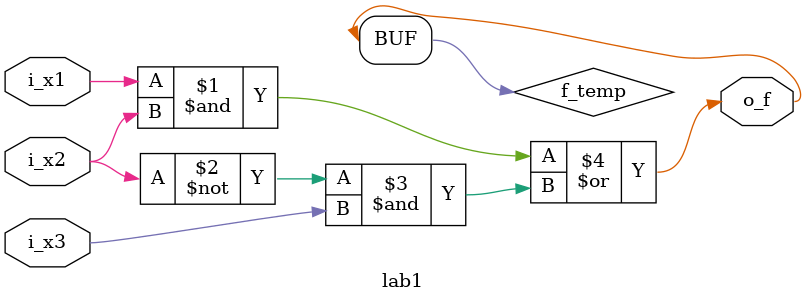
<source format=v>
module lab1(
	i_x1,
	i_x2,
	i_x3,
	o_f);

input i_x1;
input i_x2;
input i_x3;
output o_f;

wire f_temp;

assign f_temp= (i_x1 & i_x2) | (~i_x2 & i_x3);
assign o_f = f_temp;
endmodule
</source>
